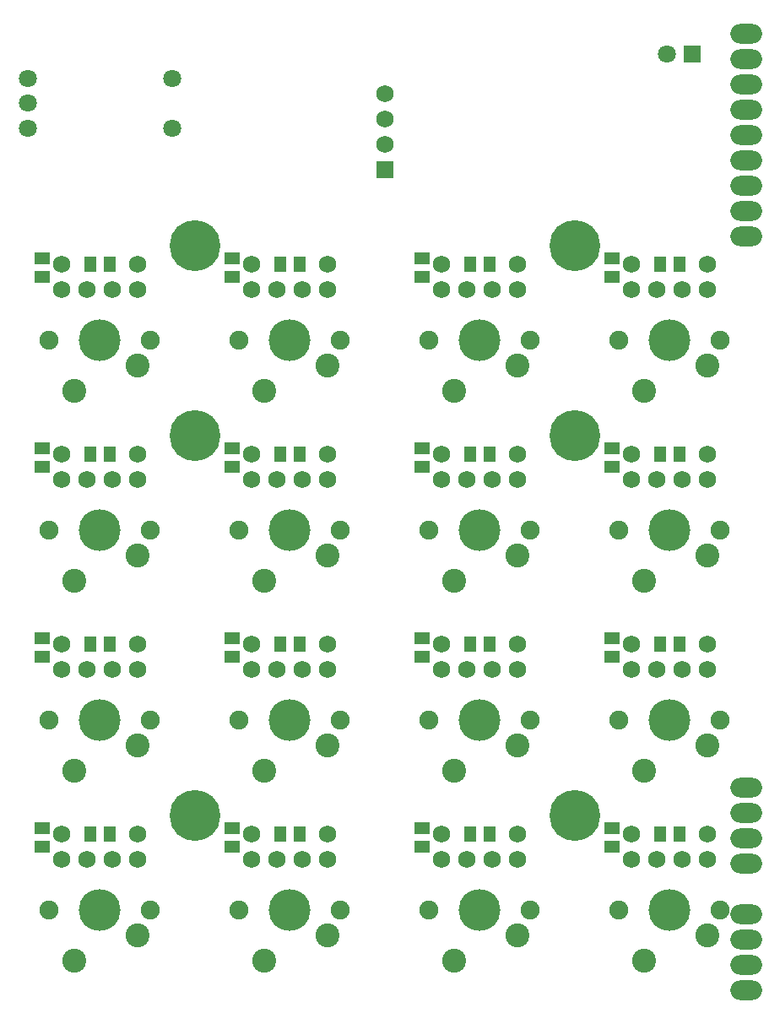
<source format=gbs>
G04*
G04 #@! TF.GenerationSoftware,Altium Limited,Altium Designer,22.5.1 (42)*
G04*
G04 Layer_Color=16711935*
%FSLAX25Y25*%
%MOIN*%
G70*
G04*
G04 #@! TF.SameCoordinates,A209DC94-0A87-40FC-B198-68C7A1A1665B*
G04*
G04*
G04 #@! TF.FilePolarity,Negative*
G04*
G01*
G75*
%ADD14R,0.06312X0.05131*%
%ADD15R,0.05131X0.06312*%
%ADD17O,0.12611X0.07690*%
%ADD18R,0.06800X0.06800*%
%ADD19C,0.06800*%
%ADD20C,0.07099*%
%ADD21R,0.07099X0.07099*%
%ADD22C,0.07500*%
%ADD23C,0.09461*%
%ADD24C,0.16500*%
%ADD25C,0.20079*%
D14*
X239566Y294981D02*
D03*
Y287501D02*
D03*
X164566Y294981D02*
D03*
Y287501D02*
D03*
X89566Y294981D02*
D03*
Y287501D02*
D03*
X14567Y294981D02*
D03*
Y287501D02*
D03*
X239566Y219981D02*
D03*
Y212501D02*
D03*
X164566Y219981D02*
D03*
Y212501D02*
D03*
X89566Y219981D02*
D03*
Y212501D02*
D03*
X14567Y219981D02*
D03*
Y212501D02*
D03*
X239566Y144980D02*
D03*
Y137500D02*
D03*
X164566Y144980D02*
D03*
Y137500D02*
D03*
X89566Y144980D02*
D03*
Y137500D02*
D03*
X14567Y144980D02*
D03*
Y137500D02*
D03*
X239566Y69980D02*
D03*
Y62500D02*
D03*
X164566Y69980D02*
D03*
Y62500D02*
D03*
X89566Y69980D02*
D03*
Y62500D02*
D03*
X14567Y69980D02*
D03*
Y62500D02*
D03*
D15*
X258757Y292501D02*
D03*
X266237D02*
D03*
X183757D02*
D03*
X191237D02*
D03*
X108757D02*
D03*
X116237D02*
D03*
X33758D02*
D03*
X41238D02*
D03*
X258757Y217501D02*
D03*
X266237D02*
D03*
X183757D02*
D03*
X191237D02*
D03*
X108757D02*
D03*
X116237D02*
D03*
X33758D02*
D03*
X41238D02*
D03*
X258757Y142500D02*
D03*
X266237D02*
D03*
X183757D02*
D03*
X191237D02*
D03*
X108757D02*
D03*
X116237D02*
D03*
X33758D02*
D03*
X41238D02*
D03*
X258757Y67500D02*
D03*
X266237D02*
D03*
X183757D02*
D03*
X191237D02*
D03*
X108757D02*
D03*
X116237D02*
D03*
X33758D02*
D03*
X41238D02*
D03*
D17*
X292618Y6102D02*
D03*
Y16102D02*
D03*
Y26102D02*
D03*
Y36102D02*
D03*
Y56102D02*
D03*
Y66102D02*
D03*
Y76102D02*
D03*
Y86102D02*
D03*
Y373661D02*
D03*
Y303661D02*
D03*
Y313661D02*
D03*
Y353661D02*
D03*
Y363661D02*
D03*
Y323661D02*
D03*
Y343661D02*
D03*
Y333661D02*
D03*
Y383661D02*
D03*
D18*
X149997Y329882D02*
D03*
D19*
Y339882D02*
D03*
Y349882D02*
D03*
Y359882D02*
D03*
X267497Y282501D02*
D03*
X257497D02*
D03*
X247497D02*
D03*
X277497D02*
D03*
Y292501D02*
D03*
X247497D02*
D03*
X192497Y282501D02*
D03*
X182497D02*
D03*
X172497D02*
D03*
X202497D02*
D03*
Y292501D02*
D03*
X172497D02*
D03*
X117497Y282501D02*
D03*
X107497D02*
D03*
X97497D02*
D03*
X127497D02*
D03*
Y292501D02*
D03*
X97497D02*
D03*
X42498Y282501D02*
D03*
X32498D02*
D03*
X22498D02*
D03*
X52498D02*
D03*
Y292501D02*
D03*
X22498D02*
D03*
X267497Y207501D02*
D03*
X257497D02*
D03*
X247497D02*
D03*
X277497D02*
D03*
Y217501D02*
D03*
X247497D02*
D03*
X192497Y207501D02*
D03*
X182497D02*
D03*
X172497D02*
D03*
X202497D02*
D03*
Y217501D02*
D03*
X172497D02*
D03*
X117497Y207501D02*
D03*
X107497D02*
D03*
X97497D02*
D03*
X127497D02*
D03*
Y217501D02*
D03*
X97497D02*
D03*
X42498Y207501D02*
D03*
X32498D02*
D03*
X22498D02*
D03*
X52498D02*
D03*
Y217501D02*
D03*
X22498D02*
D03*
X267497Y132500D02*
D03*
X257497D02*
D03*
X247497D02*
D03*
X277497D02*
D03*
Y142500D02*
D03*
X247497D02*
D03*
X192497Y132500D02*
D03*
X182497D02*
D03*
X172497D02*
D03*
X202497D02*
D03*
Y142500D02*
D03*
X172497D02*
D03*
X117497Y132500D02*
D03*
X107497D02*
D03*
X97497D02*
D03*
X127497D02*
D03*
Y142500D02*
D03*
X97497D02*
D03*
X42498Y132500D02*
D03*
X32498D02*
D03*
X22498D02*
D03*
X52498D02*
D03*
Y142500D02*
D03*
X22498D02*
D03*
X267497Y57500D02*
D03*
X257497D02*
D03*
X247497D02*
D03*
X277497D02*
D03*
Y67500D02*
D03*
X247497D02*
D03*
X192497Y57500D02*
D03*
X182497D02*
D03*
X172497D02*
D03*
X202497D02*
D03*
Y67500D02*
D03*
X172497D02*
D03*
X117497Y57500D02*
D03*
X107497D02*
D03*
X97497D02*
D03*
X127497D02*
D03*
Y67500D02*
D03*
X97497D02*
D03*
X42498Y57500D02*
D03*
X32498D02*
D03*
X22498D02*
D03*
X52498D02*
D03*
Y67500D02*
D03*
X22498D02*
D03*
D20*
X261339Y375590D02*
D03*
X66041Y346408D02*
D03*
Y366093D02*
D03*
X8955Y346408D02*
D03*
Y356251D02*
D03*
Y366093D02*
D03*
D21*
X271339Y375590D02*
D03*
D22*
X242497Y262501D02*
D03*
X282497D02*
D03*
X167497D02*
D03*
X207497D02*
D03*
X92497D02*
D03*
X132497D02*
D03*
X17498D02*
D03*
X57498D02*
D03*
X242497Y187501D02*
D03*
X282497D02*
D03*
X167497D02*
D03*
X207497D02*
D03*
X92497D02*
D03*
X132497D02*
D03*
X17498D02*
D03*
X57498D02*
D03*
X242497Y112500D02*
D03*
X282497D02*
D03*
X167497D02*
D03*
X207497D02*
D03*
X92497D02*
D03*
X132497D02*
D03*
X17498D02*
D03*
X57498D02*
D03*
X242497Y37500D02*
D03*
X282497D02*
D03*
X167497D02*
D03*
X207497D02*
D03*
X92497D02*
D03*
X132497D02*
D03*
X17498D02*
D03*
X57498D02*
D03*
D23*
X252497Y242501D02*
D03*
X277497Y252501D02*
D03*
X177497Y242501D02*
D03*
X202497Y252501D02*
D03*
X102497Y242501D02*
D03*
X127497Y252501D02*
D03*
X27498Y242501D02*
D03*
X52498Y252501D02*
D03*
X252497Y167501D02*
D03*
X277497Y177501D02*
D03*
X177497Y167501D02*
D03*
X202497Y177501D02*
D03*
X102497Y167501D02*
D03*
X127497Y177501D02*
D03*
X27498Y167501D02*
D03*
X52498Y177501D02*
D03*
X252497Y92500D02*
D03*
X277497Y102500D02*
D03*
X177497Y92500D02*
D03*
X202497Y102500D02*
D03*
X102497Y92500D02*
D03*
X127497Y102500D02*
D03*
X27498Y92500D02*
D03*
X52498Y102500D02*
D03*
X252497Y17500D02*
D03*
X277497Y27500D02*
D03*
X177497Y17500D02*
D03*
X202497Y27500D02*
D03*
X102497Y17500D02*
D03*
X127497Y27500D02*
D03*
X27498Y17500D02*
D03*
X52498Y27500D02*
D03*
D24*
X262497Y262501D02*
D03*
X187497D02*
D03*
X112497D02*
D03*
X37498D02*
D03*
X262497Y187501D02*
D03*
X187497D02*
D03*
X112497D02*
D03*
X37498D02*
D03*
X262497Y112500D02*
D03*
X187497D02*
D03*
X112497D02*
D03*
X37498D02*
D03*
X262497Y37500D02*
D03*
X187497D02*
D03*
X112497D02*
D03*
X37498D02*
D03*
D25*
X224997Y300001D02*
D03*
X74997D02*
D03*
X224997Y225001D02*
D03*
X74997D02*
D03*
X224997Y75000D02*
D03*
X74997D02*
D03*
M02*

</source>
